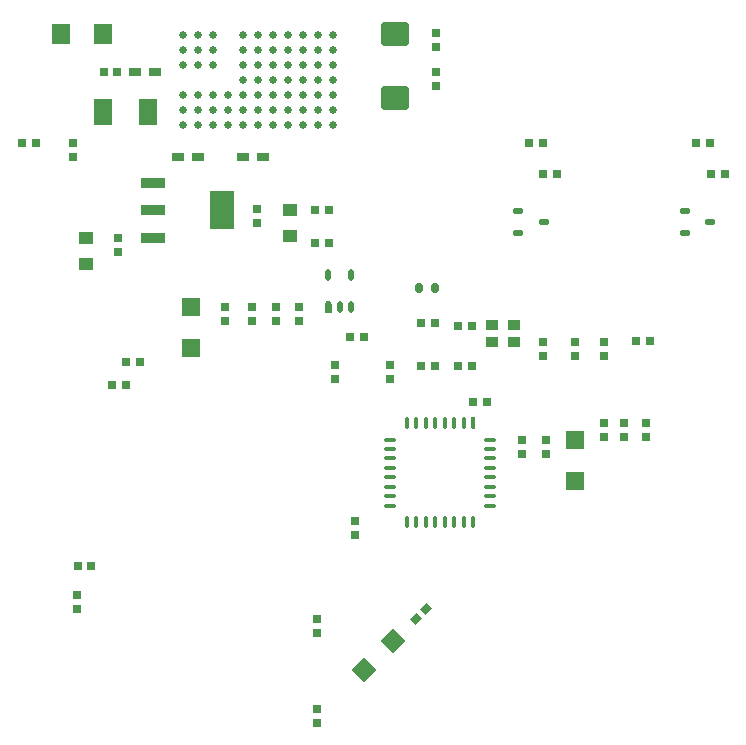
<source format=gtp>
G04*
G04 #@! TF.GenerationSoftware,Altium Limited,Altium Designer,24.2.2 (26)*
G04*
G04 Layer_Color=8421504*
%FSLAX44Y44*%
%MOMM*%
G71*
G04*
G04 #@! TF.SameCoordinates,CC1128A4-4406-4156-BFDA-932D597DC64E*
G04*
G04*
G04 #@! TF.FilePolarity,Positive*
G04*
G01*
G75*
%ADD20R,0.7250X0.6500*%
%ADD21C,0.6300*%
%ADD22R,1.5000X1.5000*%
%ADD23R,0.6500X0.7250*%
%ADD24R,1.0500X0.9500*%
%ADD25P,2.1213X4X270.0*%
G04:AMPARAMS|DCode=26|XSize=0.725mm|YSize=0.65mm|CornerRadius=0mm|HoleSize=0mm|Usage=FLASHONLY|Rotation=225.000|XOffset=0mm|YOffset=0mm|HoleType=Round|Shape=Rectangle|*
%AMROTATEDRECTD26*
4,1,4,0.0265,0.4861,0.4861,0.0265,-0.0265,-0.4861,-0.4861,-0.0265,0.0265,0.4861,0.0*
%
%ADD26ROTATEDRECTD26*%

G04:AMPARAMS|DCode=27|XSize=0.8mm|YSize=0.7mm|CornerRadius=0.175mm|HoleSize=0mm|Usage=FLASHONLY|Rotation=90.000|XOffset=0mm|YOffset=0mm|HoleType=Round|Shape=RoundedRectangle|*
%AMROUNDEDRECTD27*
21,1,0.8000,0.3500,0,0,90.0*
21,1,0.4500,0.7000,0,0,90.0*
1,1,0.3500,0.1750,0.2250*
1,1,0.3500,0.1750,-0.2250*
1,1,0.3500,-0.1750,-0.2250*
1,1,0.3500,-0.1750,0.2250*
%
%ADD27ROUNDEDRECTD27*%
G04:AMPARAMS|DCode=28|XSize=0.55mm|YSize=0.8mm|CornerRadius=0.1375mm|HoleSize=0mm|Usage=FLASHONLY|Rotation=270.000|XOffset=0mm|YOffset=0mm|HoleType=Round|Shape=RoundedRectangle|*
%AMROUNDEDRECTD28*
21,1,0.5500,0.5250,0,0,270.0*
21,1,0.2750,0.8000,0,0,270.0*
1,1,0.2750,-0.2625,-0.1375*
1,1,0.2750,-0.2625,0.1375*
1,1,0.2750,0.2625,0.1375*
1,1,0.2750,0.2625,-0.1375*
%
%ADD28ROUNDEDRECTD28*%
%ADD29R,1.2500X1.0000*%
%ADD30R,1.6000X2.3000*%
%ADD31R,1.5000X1.7000*%
%ADD32R,1.0000X0.8000*%
%ADD33O,0.5500X1.0000*%
%ADD34O,1.0000X0.4000*%
%ADD35O,0.4000X1.0000*%
%ADD36R,2.1500X0.9500*%
%ADD37R,2.1500X3.2500*%
G04:AMPARAMS|DCode=38|XSize=2mm|YSize=2.4mm|CornerRadius=0.25mm|HoleSize=0mm|Usage=FLASHONLY|Rotation=270.000|XOffset=0mm|YOffset=0mm|HoleType=Round|Shape=RoundedRectangle|*
%AMROUNDEDRECTD38*
21,1,2.0000,1.9000,0,0,270.0*
21,1,1.5000,2.4000,0,0,270.0*
1,1,0.5000,-0.9500,-0.7500*
1,1,0.5000,-0.9500,0.7500*
1,1,0.5000,0.9500,0.7500*
1,1,0.5000,0.9500,-0.7500*
%
%ADD38ROUNDEDRECTD38*%
G36*
X489561Y397312D02*
X490188Y396950D01*
X490700Y396438D01*
X491063Y395811D01*
X491250Y395112D01*
Y394750D01*
Y387500D01*
X485750D01*
Y394750D01*
Y395112D01*
X485937Y395811D01*
X486300Y396438D01*
X486811Y396950D01*
X487439Y397312D01*
X488138Y397500D01*
X488862D01*
X489561Y397312D01*
D02*
G37*
G36*
X613000Y291000D02*
X613000D01*
X613000Y290803D01*
X612923Y290416D01*
X612772Y290052D01*
X612553Y289725D01*
X612275Y289446D01*
X611947Y289227D01*
X611583Y289077D01*
X611197Y289000D01*
X611000D01*
X611000Y289000D01*
X610803Y289000D01*
X610416Y289077D01*
X610053Y289227D01*
X609725Y289446D01*
X609446Y289725D01*
X609228Y290052D01*
X609077Y290416D01*
X609000Y290803D01*
X609000Y291000D01*
Y299000D01*
X613000D01*
Y291000D01*
D02*
G37*
D20*
X507121Y367000D02*
D03*
X518881D02*
D03*
X276121Y173000D02*
D03*
X287881D02*
D03*
X317000Y346000D02*
D03*
X328760D02*
D03*
X305120Y326000D02*
D03*
X316880D02*
D03*
X749121Y363000D02*
D03*
X760881D02*
D03*
X611120Y312000D02*
D03*
X622880D02*
D03*
X578881Y379000D02*
D03*
X567121D02*
D03*
X567120Y342000D02*
D03*
X578880D02*
D03*
X240879Y531000D02*
D03*
X229119D02*
D03*
X811879D02*
D03*
X800119D02*
D03*
X823880Y505000D02*
D03*
X812120D02*
D03*
X488879Y474000D02*
D03*
X477119D02*
D03*
X658121Y531000D02*
D03*
X669881D02*
D03*
X598121Y376000D02*
D03*
X609881D02*
D03*
X477000Y446000D02*
D03*
X488760D02*
D03*
X682000Y505000D02*
D03*
X670240D02*
D03*
X609880Y342000D02*
D03*
X598120D02*
D03*
X298121Y591000D02*
D03*
X309881D02*
D03*
D21*
X429100Y546600D02*
D03*
X365600D02*
D03*
X365600Y559300D02*
D03*
X365600Y572000D02*
D03*
Y597400D02*
D03*
Y610100D02*
D03*
X365600Y622800D02*
D03*
X378300Y546600D02*
D03*
Y559300D02*
D03*
Y572000D02*
D03*
Y597400D02*
D03*
Y610100D02*
D03*
Y622800D02*
D03*
X391000Y546600D02*
D03*
Y559300D02*
D03*
Y572000D02*
D03*
Y597400D02*
D03*
Y610100D02*
D03*
Y622800D02*
D03*
X403700Y546600D02*
D03*
Y559300D02*
D03*
Y572000D02*
D03*
X416400Y546600D02*
D03*
Y559300D02*
D03*
X416400Y572000D02*
D03*
X416400Y584700D02*
D03*
Y597400D02*
D03*
X416400Y610100D02*
D03*
X416400Y622800D02*
D03*
X429100Y559300D02*
D03*
X429100Y572000D02*
D03*
Y584700D02*
D03*
Y597400D02*
D03*
Y610100D02*
D03*
X429100Y622800D02*
D03*
X441800Y546600D02*
D03*
Y559300D02*
D03*
Y572000D02*
D03*
Y584700D02*
D03*
Y597400D02*
D03*
Y610100D02*
D03*
Y622800D02*
D03*
X454500Y546600D02*
D03*
Y559300D02*
D03*
X454500Y572000D02*
D03*
X454500Y584700D02*
D03*
Y597400D02*
D03*
Y610100D02*
D03*
Y622800D02*
D03*
X467200Y546600D02*
D03*
Y559300D02*
D03*
Y572000D02*
D03*
Y584700D02*
D03*
Y597400D02*
D03*
Y610100D02*
D03*
Y622800D02*
D03*
X479900Y546600D02*
D03*
Y559300D02*
D03*
X479900Y572000D02*
D03*
X479900Y584700D02*
D03*
Y597400D02*
D03*
Y610100D02*
D03*
Y622800D02*
D03*
X492600Y546600D02*
D03*
X492600Y559300D02*
D03*
X492600Y572000D02*
D03*
Y584700D02*
D03*
Y597400D02*
D03*
Y610100D02*
D03*
X492600Y622800D02*
D03*
D22*
X697000Y279500D02*
D03*
Y244500D02*
D03*
X372000Y392500D02*
D03*
Y357500D02*
D03*
D23*
X673000Y279879D02*
D03*
Y268119D02*
D03*
X652000Y268121D02*
D03*
Y279881D02*
D03*
X276000Y136240D02*
D03*
Y148000D02*
D03*
X670000Y362881D02*
D03*
Y351121D02*
D03*
X697000Y351120D02*
D03*
Y362880D02*
D03*
X722000Y351120D02*
D03*
Y362880D02*
D03*
X479000Y51760D02*
D03*
Y40000D02*
D03*
Y127760D02*
D03*
Y116000D02*
D03*
X272000Y519121D02*
D03*
Y530881D02*
D03*
X541000Y342879D02*
D03*
Y331119D02*
D03*
X401000Y391879D02*
D03*
Y380119D02*
D03*
X444000Y380240D02*
D03*
Y392000D02*
D03*
X464000Y380121D02*
D03*
Y391881D02*
D03*
X580000Y623879D02*
D03*
Y612119D02*
D03*
Y590879D02*
D03*
Y579119D02*
D03*
X494000Y343000D02*
D03*
Y331240D02*
D03*
X722000Y282121D02*
D03*
Y293881D02*
D03*
X739000Y282121D02*
D03*
Y293881D02*
D03*
X757000Y282121D02*
D03*
Y293881D02*
D03*
X424000Y392000D02*
D03*
Y380240D02*
D03*
X511000Y199000D02*
D03*
Y210760D02*
D03*
X428000Y463000D02*
D03*
Y474760D02*
D03*
X310000Y439000D02*
D03*
Y450760D02*
D03*
D24*
X645250Y377250D02*
D03*
X626750Y362750D02*
D03*
X645250Y362750D02*
D03*
X626750Y377250D02*
D03*
D25*
X543374Y109374D02*
D03*
X518626Y84625D02*
D03*
D26*
X562843Y127843D02*
D03*
X571158Y136158D02*
D03*
D27*
X578999Y407999D02*
D03*
X564999D02*
D03*
D28*
X790150Y473525D02*
D03*
X811850Y464000D02*
D03*
X790150Y454475D02*
D03*
X649150D02*
D03*
X670850Y464000D02*
D03*
X649150Y473525D02*
D03*
D29*
X456001Y473999D02*
D03*
Y451999D02*
D03*
X283001Y450999D02*
D03*
Y428999D02*
D03*
D30*
X298000Y557000D02*
D03*
X336000D02*
D03*
D31*
X297500Y623000D02*
D03*
X262500D02*
D03*
D32*
X378500Y518999D02*
D03*
X361500D02*
D03*
X416500Y519001D02*
D03*
X433500D02*
D03*
X324498Y591001D02*
D03*
X341498D02*
D03*
D33*
X498000Y392500D02*
D03*
X507500Y419500D02*
D03*
X507500Y392500D02*
D03*
X488500Y419500D02*
D03*
D34*
X625000Y272000D02*
D03*
X541000Y272000D02*
D03*
X625000Y224000D02*
D03*
Y232000D02*
D03*
X625000Y240000D02*
D03*
Y248000D02*
D03*
Y256000D02*
D03*
Y264000D02*
D03*
X625000Y280000D02*
D03*
X541000Y224000D02*
D03*
X541000Y232000D02*
D03*
Y240000D02*
D03*
Y264000D02*
D03*
Y256000D02*
D03*
Y248000D02*
D03*
X541000Y280000D02*
D03*
D35*
X555000Y210000D02*
D03*
X563000Y210000D02*
D03*
X571000D02*
D03*
X579000D02*
D03*
X587000D02*
D03*
X595000D02*
D03*
X611000Y210000D02*
D03*
X603000Y210000D02*
D03*
X595000Y294000D02*
D03*
X603000Y294000D02*
D03*
X587000Y294000D02*
D03*
X579000D02*
D03*
X571000D02*
D03*
X563000D02*
D03*
X555000D02*
D03*
D36*
X340000Y497000D02*
D03*
Y451000D02*
D03*
Y474000D02*
D03*
D37*
X398000D02*
D03*
D38*
X545000Y569000D02*
D03*
Y623000D02*
D03*
M02*

</source>
